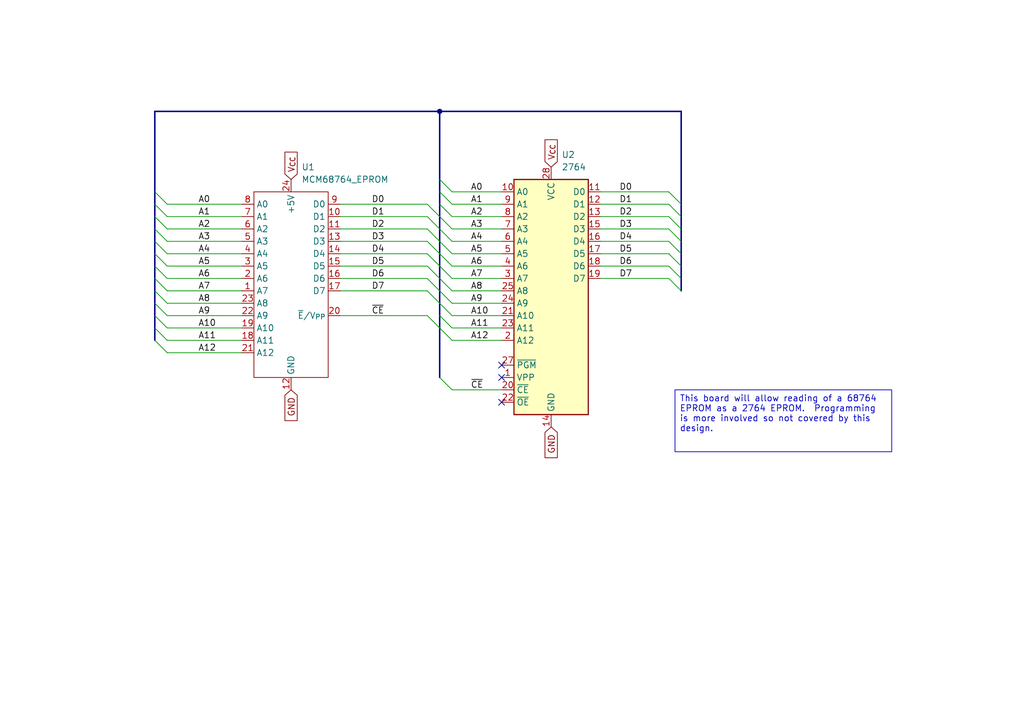
<source format=kicad_sch>
(kicad_sch (version 20250114) (generator "eeschema") (generator_version "9.0")
  (paper "A5")
  (title_block (title "68764-to-2764 EPROM Converter") (date "25/NOV/2025") (rev "A") (company "Brett Hallen") (comment 1 "www.youtube.com/@Brfff") (comment 4 "To read a 68764 as a 2764 in a modern EPROM programmer"))
  (lib_symbols
    (symbol "Clueless_Engineer:MCM68764_EPROM"
      (property "Reference" "U" (at 5.842 21.844 0))
      (property "Value" "MCM68764_EPROM" (at 7.62 19.558 0))
      (symbol "MCM68764_EPROM_0_1"
        (rectangle (start -7.62 17.78) (end 7.62 -20.32))
      )
      (symbol "MCM68764_EPROM_1_1"
        (pin input line (at -10.16 15.24 0) (length 2.54) (name "A0") (number "8"))
        (pin input line (at -10.16 12.7 0) (length 2.54) (name "A1") (number "7"))
        (pin input line (at -10.16 10.16 0) (length 2.54) (name "A2") (number "6"))
        (pin input line (at -10.16 7.62 0) (length 2.54) (name "A3") (number "5"))
        (pin input line (at -10.16 5.08 0) (length 2.54) (name "A4") (number "4"))
        (pin input line (at -10.16 2.54 0) (length 2.54) (name "A5") (number "3"))
        (pin input line (at -10.16 0 0) (length 2.54) (name "A6") (number "2"))
        (pin input line (at -10.16 -2.54 0) (length 2.54) (name "A7") (number "1"))
        (pin input line (at -10.16 -5.08 0) (length 2.54) (name "A8") (number "23"))
        (pin input line (at -10.16 -7.62 0) (length 2.54) (name "A9") (number "22"))
        (pin input line (at -10.16 -10.16 0) (length 2.54) (name "A10") (number "19"))
        (pin input line (at -10.16 -12.7 0) (length 2.54) (name "A11") (number "18"))
        (pin input line (at -10.16 -15.24 0) (length 2.54) (name "A12") (number "21"))
        (pin power_in line (at 0 20.32 270) (length 2.54) (name "+5V") (number "24"))
        (pin power_in line (at 0 -22.86 90) (length 2.54) (name "GND") (number "12"))
        (pin output line (at 10.16 15.24 180) (length 2.54) (name "D0") (number "9"))
        (pin output line (at 10.16 12.7 180) (length 2.54) (name "D1") (number "10"))
        (pin output line (at 10.16 10.16 180) (length 2.54) (name "D2") (number "11"))
        (pin output line (at 10.16 7.62 180) (length 2.54) (name "D3") (number "13"))
        (pin output line (at 10.16 5.08 180) (length 2.54) (name "D4") (number "14"))
        (pin output line (at 10.16 2.54 180) (length 2.54) (name "D5") (number "15"))
        (pin output line (at 10.16 0 180) (length 2.54) (name "D6") (number "16"))
        (pin output line (at 10.16 -2.54 180) (length 2.54) (name "D7") (number "17"))
        (pin input line (at 10.16 -7.62 180) (length 2.54) (name "~{E}/V_{PP}") (number "20"))
      )
    )
    (symbol "Memory_EPROM:2764"
      (property "Reference" "U" (at -7.62 24.13 0))
      (property "Value" "2764" (at 2.54 -26.67 0))
      (symbol "2764_1_1"
        (rectangle (start -7.62 22.86) (end 7.62 -25.4) (stroke (width 0.254)) (fill (type background)))
        (pin input line (at -10.16 20.32 0) (length 2.54) (name "A0") (number "10"))
        (pin input line (at -10.16 17.78 0) (length 2.54) (name "A1") (number "9"))
        (pin input line (at -10.16 15.24 0) (length 2.54) (name "A2") (number "8"))
        (pin input line (at -10.16 12.7 0) (length 2.54) (name "A3") (number "7"))
        (pin input line (at -10.16 10.16 0) (length 2.54) (name "A4") (number "6"))
        (pin input line (at -10.16 7.62 0) (length 2.54) (name "A5") (number "5"))
        (pin input line (at -10.16 5.08 0) (length 2.54) (name "A6") (number "4"))
        (pin input line (at -10.16 2.54 0) (length 2.54) (name "A7") (number "3"))
        (pin input line (at -10.16 0 0) (length 2.54) (name "A8") (number "25"))
        (pin input line (at -10.16 -2.54 0) (length 2.54) (name "A9") (number "24"))
        (pin input line (at -10.16 -5.08 0) (length 2.54) (name "A10") (number "21"))
        (pin input line (at -10.16 -7.62 0) (length 2.54) (name "A11") (number "23"))
        (pin input line (at -10.16 -10.16 0) (length 2.54) (name "A12") (number "2"))
        (pin input line (at -10.16 -15.24 0) (length 2.54) (name "~{PGM}") (number "27"))
        (pin input line (at -10.16 -17.78 0) (length 2.54) (name "VPP") (number "1"))
        (pin input line (at -10.16 -20.32 0) (length 2.54) (name "~{CE}") (number "20"))
        (pin input line (at -10.16 -22.86 0) (length 2.54) (name "~{OE}") (number "22"))
        (pin power_in line (at 0 25.4 270) (length 2.54) (name "VCC") (number "28"))
        (pin power_in line (at 0 -27.94 90) (length 2.54) (name "GND") (number "14"))
        (pin no_connect line (at 7.62 0 180) (length 2.54) (hide yes) (name "NC") (number "26"))
        (pin tri_state line (at 10.16 20.32 180) (length 2.54) (name "D0") (number "11"))
        (pin tri_state line (at 10.16 17.78 180) (length 2.54) (name "D1") (number "12"))
        (pin tri_state line (at 10.16 15.24 180) (length 2.54) (name "D2") (number "13"))
        (pin tri_state line (at 10.16 12.7 180) (length 2.54) (name "D3") (number "15"))
        (pin tri_state line (at 10.16 10.16 180) (length 2.54) (name "D4") (number "16"))
        (pin tri_state line (at 10.16 7.62 180) (length 2.54) (name "D5") (number "17"))
        (pin tri_state line (at 10.16 5.08 180) (length 2.54) (name "D6") (number "18"))
        (pin tri_state line (at 10.16 2.54 180) (length 2.54) (name "D7") (number "19"))
      )
    )
  )
  (text_box "This board will allow reading of a 68764 EPROM as a 2764 EPROM.  Programming is more involved so not covered by this design." (at 138.43 80.01 0) (size 44.45 12.7) (margins 0.9525 0.9525 0.9525 0.9525) (effects (font (size 1.27 1.27)) (justify left top)))
  (junction (at 90.17 22.86))
  (no_connect (at 102.87 77.47))
  (no_connect (at 102.87 74.93))
  (no_connect (at 102.87 82.55))
  (bus_entry (at 87.63 41.91) (size 2.54 2.54))
  (bus_entry (at 87.63 57.15) (size 2.54 2.54))
  (bus_entry (at 87.63 52.07) (size 2.54 2.54))
  (bus_entry (at 137.16 46.99) (size 2.54 2.54))
  (bus_entry (at 90.17 52.07) (size 2.54 2.54))
  (bus_entry (at 90.17 36.83) (size 2.54 2.54))
  (bus_entry (at 90.17 46.99) (size 2.54 2.54))
  (bus_entry (at 87.63 59.69) (size 2.54 2.54))
  (bus_entry (at 31.75 52.07) (size 2.54 2.54))
  (bus_entry (at 31.75 49.53) (size 2.54 2.54))
  (bus_entry (at 90.17 64.77) (size 2.54 2.54))
  (bus_entry (at 31.75 62.23) (size 2.54 2.54))
  (bus_entry (at 137.16 41.91) (size 2.54 2.54))
  (bus_entry (at 87.63 49.53) (size 2.54 2.54))
  (bus_entry (at 90.17 67.31) (size 2.54 2.54))
  (bus_entry (at 137.16 39.37) (size 2.54 2.54))
  (bus_entry (at 90.17 49.53) (size 2.54 2.54))
  (bus_entry (at 31.75 67.31) (size 2.54 2.54))
  (bus_entry (at 137.16 49.53) (size 2.54 2.54))
  (bus_entry (at 31.75 69.85) (size 2.54 2.54))
  (bus_entry (at 90.17 54.61) (size 2.54 2.54))
  (bus_entry (at 87.63 46.99) (size 2.54 2.54))
  (bus_entry (at 31.75 57.15) (size 2.54 2.54))
  (bus_entry (at 137.16 57.15) (size 2.54 2.54))
  (bus_entry (at 137.16 44.45) (size 2.54 2.54))
  (bus_entry (at 90.17 59.69) (size 2.54 2.54))
  (bus_entry (at 87.63 44.45) (size 2.54 2.54))
  (bus_entry (at 90.17 77.47) (size 2.54 2.54))
  (bus_entry (at 90.17 41.91) (size 2.54 2.54))
  (bus_entry (at 90.17 44.45) (size 2.54 2.54))
  (bus_entry (at 31.75 64.77) (size 2.54 2.54))
  (bus_entry (at 137.16 52.07) (size 2.54 2.54))
  (bus_entry (at 31.75 54.61) (size 2.54 2.54))
  (bus_entry (at 31.75 41.91) (size 2.54 2.54))
  (bus_entry (at 31.75 39.37) (size 2.54 2.54))
  (bus_entry (at 87.63 54.61) (size 2.54 2.54))
  (bus_entry (at 90.17 39.37) (size 2.54 2.54))
  (bus_entry (at 90.17 62.23) (size 2.54 2.54))
  (bus_entry (at 137.16 54.61) (size 2.54 2.54))
  (bus_entry (at 87.63 64.77) (size 2.54 2.54))
  (bus_entry (at 31.75 44.45) (size 2.54 2.54))
  (bus_entry (at 31.75 59.69) (size 2.54 2.54))
  (bus_entry (at 90.17 57.15) (size 2.54 2.54))
  (bus_entry (at 31.75 46.99) (size 2.54 2.54))
  (bus (pts (xy 90.17 49.53) (xy 90.17 52.07)))
  (wire (pts (xy 92.71 59.69) (xy 102.87 59.69)))
  (wire (pts (xy 34.29 67.31) (xy 49.53 67.31)))
  (wire (pts (xy 34.29 41.91) (xy 49.53 41.91)))
  (bus (pts (xy 90.17 67.31) (xy 90.17 77.47)))
  (bus (pts (xy 90.17 44.45) (xy 90.17 46.99)))
  (bus (pts (xy 31.75 44.45) (xy 31.75 41.91)))
  (bus (pts (xy 31.75 67.31) (xy 31.75 64.77)))
  (wire (pts (xy 123.19 52.07) (xy 137.16 52.07)))
  (wire (pts (xy 69.85 44.45) (xy 87.63 44.45)))
  (bus (pts (xy 31.75 62.23) (xy 31.75 59.69)))
  (bus (pts (xy 139.7 46.99) (xy 139.7 49.53)))
  (bus (pts (xy 139.7 54.61) (xy 139.7 57.15)))
  (wire (pts (xy 92.71 52.07) (xy 102.87 52.07)))
  (wire (pts (xy 92.71 64.77) (xy 102.87 64.77)))
  (wire (pts (xy 123.19 49.53) (xy 137.16 49.53)))
  (wire (pts (xy 69.85 52.07) (xy 87.63 52.07)))
  (bus (pts (xy 31.75 64.77) (xy 31.75 62.23)))
  (bus (pts (xy 90.17 62.23) (xy 90.17 64.77)))
  (wire (pts (xy 92.71 69.85) (xy 102.87 69.85)))
  (wire (pts (xy 92.71 54.61) (xy 102.87 54.61)))
  (wire (pts (xy 34.29 54.61) (xy 49.53 54.61)))
  (wire (pts (xy 34.29 49.53) (xy 49.53 49.53)))
  (bus (pts (xy 31.75 39.37) (xy 31.75 22.86)))
  (bus (pts (xy 90.17 39.37) (xy 90.17 41.91)))
  (wire (pts (xy 69.85 54.61) (xy 87.63 54.61)))
  (wire (pts (xy 92.71 46.99) (xy 102.87 46.99)))
  (wire (pts (xy 92.71 62.23) (xy 102.87 62.23)))
  (wire (pts (xy 92.71 57.15) (xy 102.87 57.15)))
  (wire (pts (xy 123.19 46.99) (xy 137.16 46.99)))
  (wire (pts (xy 92.71 49.53) (xy 102.87 49.53)))
  (bus (pts (xy 31.75 57.15) (xy 31.75 54.61)))
  (bus (pts (xy 31.75 52.07) (xy 31.75 49.53)))
  (wire (pts (xy 34.29 69.85) (xy 49.53 69.85)))
  (bus (pts (xy 90.17 36.83) (xy 90.17 39.37)))
  (wire (pts (xy 92.71 39.37) (xy 102.87 39.37)))
  (bus (pts (xy 90.17 52.07) (xy 90.17 54.61)))
  (bus (pts (xy 90.17 41.91) (xy 90.17 44.45)))
  (wire (pts (xy 123.19 54.61) (xy 137.16 54.61)))
  (wire (pts (xy 92.71 44.45) (xy 102.87 44.45)))
  (wire (pts (xy 34.29 52.07) (xy 49.53 52.07)))
  (wire (pts (xy 92.71 41.91) (xy 102.87 41.91)))
  (bus (pts (xy 31.75 46.99) (xy 31.75 44.45)))
  (wire (pts (xy 69.85 49.53) (xy 87.63 49.53)))
  (bus (pts (xy 90.17 57.15) (xy 90.17 59.69)))
  (bus (pts (xy 90.17 64.77) (xy 90.17 67.31)))
  (wire (pts (xy 123.19 41.91) (xy 137.16 41.91)))
  (bus (pts (xy 31.75 41.91) (xy 31.75 39.37)))
  (bus (pts (xy 90.17 22.86) (xy 90.17 36.83)))
  (bus (pts (xy 90.17 54.61) (xy 90.17 57.15)))
  (bus (pts (xy 139.7 44.45) (xy 139.7 46.99)))
  (wire (pts (xy 69.85 59.69) (xy 87.63 59.69)))
  (wire (pts (xy 34.29 59.69) (xy 49.53 59.69)))
  (wire (pts (xy 123.19 44.45) (xy 137.16 44.45)))
  (wire (pts (xy 34.29 57.15) (xy 49.53 57.15)))
  (wire (pts (xy 34.29 44.45) (xy 49.53 44.45)))
  (wire (pts (xy 34.29 72.39) (xy 49.53 72.39)))
  (bus (pts (xy 90.17 46.99) (xy 90.17 49.53)))
  (wire (pts (xy 123.19 39.37) (xy 137.16 39.37)))
  (bus (pts (xy 31.75 59.69) (xy 31.75 57.15)))
  (wire (pts (xy 34.29 62.23) (xy 49.53 62.23)))
  (wire (pts (xy 69.85 57.15) (xy 87.63 57.15)))
  (bus (pts (xy 139.7 49.53) (xy 139.7 52.07)))
  (bus (pts (xy 139.7 52.07) (xy 139.7 54.61)))
  (wire (pts (xy 92.71 67.31) (xy 102.87 67.31)))
  (bus (pts (xy 90.17 22.86) (xy 139.7 22.86)))
  (wire (pts (xy 34.29 64.77) (xy 49.53 64.77)))
  (bus (pts (xy 139.7 41.91) (xy 139.7 44.45)))
  (wire (pts (xy 34.29 46.99) (xy 49.53 46.99)))
  (wire (pts (xy 123.19 57.15) (xy 137.16 57.15)))
  (bus (pts (xy 31.75 22.86) (xy 90.17 22.86)))
  (wire (pts (xy 69.85 46.99) (xy 87.63 46.99)))
  (wire (pts (xy 69.85 41.91) (xy 87.63 41.91)))
  (wire (pts (xy 92.71 80.01) (xy 102.87 80.01)))
  (bus (pts (xy 90.17 59.69) (xy 90.17 62.23)))
  (wire (pts (xy 69.85 64.77) (xy 87.63 64.77)))
  (bus (pts (xy 31.75 54.61) (xy 31.75 52.07)))
  (bus (pts (xy 139.7 57.15) (xy 139.7 59.69)))
  (bus (pts (xy 139.7 22.86) (xy 139.7 41.91)))
  (bus (pts (xy 31.75 49.53) (xy 31.75 46.99)))
  (bus (pts (xy 31.75 69.85) (xy 31.75 67.31)))
  (label "A5" (at 96.52 52.07 0))
  (label "A3" (at 96.52 46.99 0))
  (label "A3" (at 40.64 49.53 0))
  (label "D2" (at 76.2 46.99 0))
  (label "D0" (at 76.2 41.91 0))
  (label "D4" (at 76.2 52.07 0))
  (label "A10" (at 40.64 67.31 0))
  (label "A8" (at 40.64 62.23 0))
  (label "A1" (at 40.64 44.45 0))
  (label "A6" (at 96.52 54.61 0))
  (label "D7" (at 76.2 59.69 0))
  (label "D7" (at 127 57.15 0))
  (label "D6" (at 76.2 57.15 0))
  (label "~{CE}" (at 96.52 80.01 0))
  (label "A11" (at 40.64 69.85 0))
  (label "D4" (at 127 49.53 0))
  (label "D5" (at 127 52.07 0))
  (label "A2" (at 96.52 44.45 0))
  (label "A8" (at 96.52 59.69 0))
  (label "D5" (at 76.2 54.61 0))
  (label "D1" (at 76.2 44.45 0))
  (label "D3" (at 127 46.99 0))
  (label "A12" (at 96.52 69.85 0))
  (label "A7" (at 96.52 57.15 0))
  (label "A0" (at 40.64 41.91 0))
  (label "A5" (at 40.64 54.61 0))
  (label "D2" (at 127 44.45 0))
  (label "D0" (at 127 39.37 0))
  (label "D6" (at 127 54.61 0))
  (label "A10" (at 96.52 64.77 0))
  (label "A1" (at 96.52 41.91 0))
  (label "A9" (at 96.52 62.23 0))
  (label "D3" (at 76.2 49.53 0))
  (label "D1" (at 127 41.91 0))
  (label "A9" (at 40.64 64.77 0))
  (label "A12" (at 40.64 72.39 0))
  (label "A2" (at 40.64 46.99 0))
  (label "A4" (at 96.52 49.53 0))
  (label "A0" (at 96.52 39.37 0))
  (label "A7" (at 40.64 59.69 0))
  (label "A11" (at 96.52 67.31 0))
  (label "A4" (at 40.64 52.07 0))
  (label "A6" (at 40.64 57.15 0))
  (label "~{CE}" (at 76.2 64.77 0))
  (global_label "GND" (shape input) (at 113.03 87.63 270) (property "Intersheetrefs" "${INTERSHEET_REFS}" (effects (hide yes))))
  (global_label "GND" (shape input) (at 59.69 80.01 270) (property "Intersheetrefs" "${INTERSHEET_REFS}" (effects (hide yes))))
  (global_label "V_{CC}" (shape input) (at 59.69 36.83 90) (property "Intersheetrefs" "${INTERSHEET_REFS}" (effects (hide yes))))
  (global_label "V_{CC}" (shape input) (at 113.03 34.29 90) (property "Intersheetrefs" "${INTERSHEET_REFS}" (effects (hide yes))))
  (symbol (lib_id "Memory_EPROM:2764") (at 113.03 59.69 0) (unit 1)
    (property "Reference" "U2" (at 115.1733 31.75 0) (effects (justify left)))
    (property "Value" "2764" (at 115.1733 34.29 0) (effects (justify left)))
    (property "Footprint" "Clueless_Engineer:DIP-28_Adapter" (effects (hide yes)))
    (property "Datasheet" "https://downloads.reactivemicro.com/Electronics/ROM/2764%20EPROM.pdf" (effects (hide yes)))
    (property "Description" "EPROM 64 KiBit, [Obsolete 2000-11]" (effects (hide yes)))
  )
  (symbol (lib_id "Clueless_Engineer:MCM68764_EPROM") (at 59.69 57.15 0) (unit 1)
    (property "Reference" "U1" (at 61.8333 34.29 0) (effects (justify left)))
    (property "Value" "MCM68764_EPROM" (at 61.8333 36.83 0) (effects (justify left)))
    (property "Footprint" "Package_DIP:DIP-24_W15.24mm_Socket" (effects (hide yes)))
  )
)
</source>
